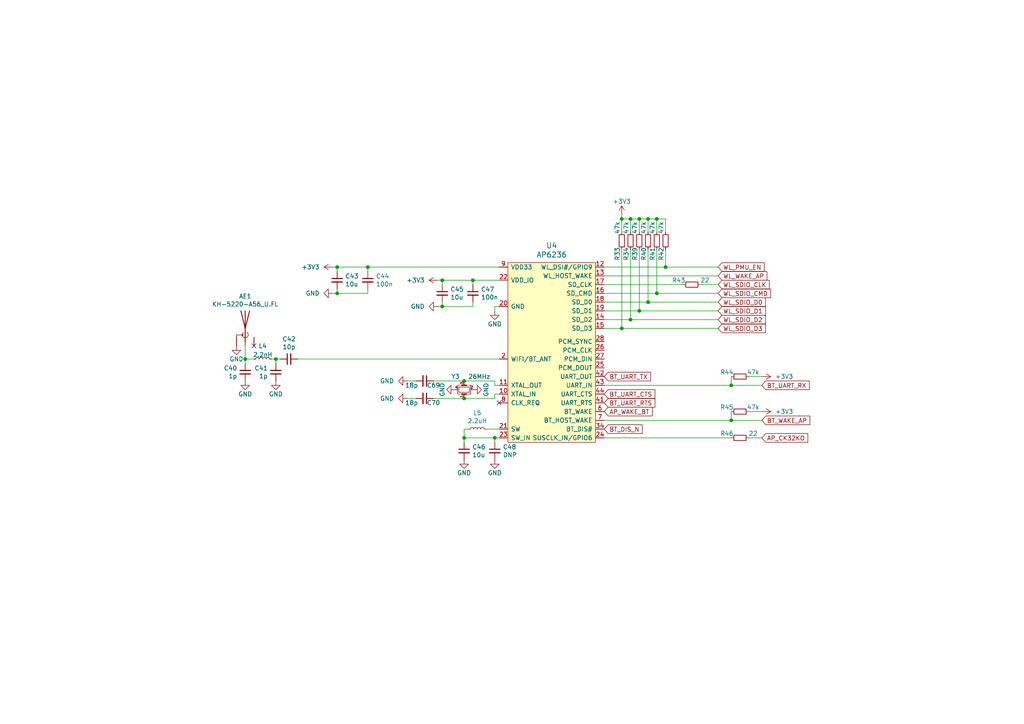
<source format=kicad_sch>
(kicad_sch (version 20211123) (generator eeschema)
  (paper "A4")
  (title_block (title "OtterCamS3") (date "2023-02-02") (rev "1.0") (company "Jana Marie Hemsing"))
  (lib_symbols
    (symbol "Device:C_Small" (pin_numbers hide) (pin_names (offset 0.254) hide)
      (property "Reference" "C" (at 0.254 1.778 0))
      (property "Value" "C_Small" (at 0.254 -2.032 0))
      (symbol "C_Small_0_1"
        (polyline (pts (xy -1.524 -0.508) (xy 1.524 -0.508)) (stroke (width 0.3302)))
        (polyline (pts (xy -1.524 0.508) (xy 1.524 0.508)) (stroke (width 0.3048)))
      )
      (symbol "C_Small_1_1"
        (pin passive line (at 0 2.54 270) (length 2.032) (name "~") (number "1"))
        (pin passive line (at 0 -2.54 90) (length 2.032) (name "~") (number "2"))
      )
    )
    (symbol "Device:Crystal_GND24_Small" (pin_names (offset 1.016) hide)
      (property "Reference" "Y" (at 1.27 4.445 0))
      (property "Value" "Crystal_GND24_Small" (at 1.27 2.54 0))
      (symbol "Crystal_GND24_Small_0_1"
        (rectangle (start -0.762 -1.524) (end 0.762 1.524))
        (polyline (pts (xy -1.27 -0.762) (xy -1.27 0.762)) (stroke (width 0.381)))
        (polyline (pts (xy 1.27 -0.762) (xy 1.27 0.762)) (stroke (width 0.381)))
        (polyline (pts (xy -1.27 -1.27) (xy -1.27 -1.905) (xy 1.27 -1.905) (xy 1.27 -1.27)))
        (polyline (pts (xy -1.27 1.27) (xy -1.27 1.905) (xy 1.27 1.905) (xy 1.27 1.27)))
      )
      (symbol "Crystal_GND24_Small_1_1"
        (pin passive line (at -2.54 0 0) (length 1.27) (name "1") (number "1"))
        (pin passive line (at 0 -2.54 90) (length 0.635) (name "2") (number "2"))
        (pin passive line (at 2.54 0 180) (length 1.27) (name "3") (number "3"))
        (pin passive line (at 0 2.54 270) (length 0.635) (name "4") (number "4"))
      )
    )
    (symbol "Device:L_Small" (pin_numbers hide) (pin_names (offset 0.254) hide)
      (property "Reference" "L" (at 0.762 1.016 0))
      (property "Value" "L_Small" (at 0.762 -1.016 0))
      (symbol "L_Small_0_1"
        (arc (start 0 -2.032) (mid 0.508 -1.524) (end 0 -1.016))
        (arc (start 0 -1.016) (mid 0.508 -0.508) (end 0 0))
        (arc (start 0 0) (mid 0.508 0.508) (end 0 1.016))
        (arc (start 0 1.016) (mid 0.508 1.524) (end 0 2.032))
      )
      (symbol "L_Small_1_1"
        (pin passive line (at 0 2.54 270) (length 0.508) (name "~") (number "1"))
        (pin passive line (at 0 -2.54 90) (length 0.508) (name "~") (number "2"))
      )
    )
    (symbol "Device:R_Small" (pin_numbers hide) (pin_names (offset 0.254) hide)
      (property "Reference" "R" (at 0.762 0.508 0))
      (property "Value" "R_Small" (at 0.762 -1.016 0))
      (symbol "R_Small_0_1"
        (rectangle (start -0.762 1.778) (end 0.762 -1.778) (stroke (width 0.2032)))
      )
      (symbol "R_Small_1_1"
        (pin passive line (at 0 2.54 270) (length 0.762) (name "~") (number "1"))
        (pin passive line (at 0 -2.54 90) (length 0.762) (name "~") (number "2"))
      )
    )
    (symbol "otter:AP6236" (pin_names (offset 0.889))
      (property "Reference" "U" (at 0 33.02 0))
      (property "Value" "AP6236" (at 0 30.48 0))
      (symbol "AP6236_0_1"
        (rectangle (start -12.7 27.94) (end 12.7 -24.13) (fill (type background)))
      )
      (symbol "AP6236_1_1"
        (pin power_in line (at -15.24 15.24 0) (length 2.4892) hide (name "GND") (number "1"))
        (pin input line (at -15.24 -10.16 0) (length 2.4892) (name "XTAL_IN") (number "10"))
        (pin output line (at -15.24 -7.62 0) (length 2.4892) (name "XTAL_OUT") (number "11"))
        (pin bidirectional line (at 15.24 26.67 180) (length 2.4892) (name "WL_DSI#/GPIO9") (number "12"))
        (pin input line (at 15.24 24.13 180) (length 2.4892) (name "WL_HOST_WAKE") (number "13"))
        (pin bidirectional line (at 15.24 11.43 180) (length 2.4892) (name "SD_D2") (number "14"))
        (pin bidirectional line (at 15.24 8.89 180) (length 2.4892) (name "SD_D3") (number "15"))
        (pin bidirectional line (at 15.24 19.05 180) (length 2.4892) (name "SD_CMD") (number "16"))
        (pin input line (at 15.24 21.59 180) (length 2.4892) (name "SD_CLK") (number "17"))
        (pin bidirectional line (at 15.24 16.51 180) (length 2.4892) (name "SD_D0") (number "18"))
        (pin bidirectional line (at 15.24 13.97 180) (length 2.4892) (name "SD_D1") (number "19"))
        (pin bidirectional line (at -15.24 0 0) (length 2.4892) (name "WIFI/BT_ANT") (number "2"))
        (pin power_in line (at -15.24 15.24 0) (length 2.4892) (name "GND") (number "20"))
        (pin power_out line (at -15.24 -20.32 0) (length 2.4892) (name "SW") (number "21"))
        (pin power_in line (at -15.24 22.86 0) (length 2.4892) (name "VDD_IO") (number "22"))
        (pin power_in line (at -15.24 -22.86 0) (length 2.4892) (name "SW_IN") (number "23"))
        (pin bidirectional line (at 15.24 -22.86 180) (length 2.4892) (name "SUSCLK_IN/GPIO6") (number "24"))
        (pin output line (at 15.24 -2.54 180) (length 2.4892) (name "PCM_DOUT") (number "25"))
        (pin input line (at 15.24 2.54 180) (length 2.4892) (name "PCM_CLK") (number "26"))
        (pin input line (at 15.24 0 180) (length 2.4892) (name "PCM_DIN") (number "27"))
        (pin input line (at 15.24 5.08 180) (length 2.4892) (name "PCM_SYNC") (number "28"))
        (pin no_connect line (at -1.27 0 180) (length 2.4892) hide (name "NC") (number "29"))
        (pin no_connect line (at -1.27 20.32 180) (length 2.4892) hide (name "NC") (number "3"))
        (pin no_connect line (at -1.27 -2.54 180) (length 2.4892) hide (name "NC") (number "30"))
        (pin power_in line (at -15.24 15.24 0) (length 2.4892) hide (name "GND") (number "31"))
        (pin no_connect line (at -1.27 -5.08 180) (length 2.4892) hide (name "NC") (number "32"))
        (pin power_in line (at -15.24 15.24 0) (length 2.4892) hide (name "GND") (number "33"))
        (pin input line (at 15.24 -20.32 180) (length 2.4892) (name "BT_DIS#") (number "34"))
        (pin no_connect line (at -1.27 -7.62 180) (length 2.4892) hide (name "NC") (number "35"))
        (pin power_in line (at -15.24 15.24 0) (length 2.4892) hide (name "GND") (number "36"))
        (pin no_connect line (at -1.27 -10.16 180) (length 2.4892) hide (name "NC") (number "37"))
        (pin no_connect line (at -1.27 -12.7 180) (length 2.4892) hide (name "NC") (number "38"))
        (pin no_connect line (at -1.27 -15.24 180) (length 2.4892) hide (name "NC") (number "39"))
        (pin no_connect line (at -1.27 17.78 180) (length 2.4892) hide (name "NC") (number "4"))
        (pin no_connect line (at -1.27 -17.78 180) (length 2.4892) hide (name "NC") (number "40"))
        (pin output line (at 15.24 -12.7 180) (length 2.4892) (name "UART_RTS") (number "41"))
        (pin output line (at 15.24 -5.08 180) (length 2.4892) (name "UART_OUT") (number "42"))
        (pin input line (at 15.24 -7.62 180) (length 2.4892) (name "UART_IN") (number "43"))
        (pin input line (at 15.24 -10.16 180) (length 2.4892) (name "UART_CTS") (number "44"))
        (pin no_connect line (at -1.27 15.24 180) (length 2.4892) hide (name "NC") (number "5"))
        (pin input line (at 15.24 -15.24 180) (length 2.4892) (name "BT_WAKE") (number "6"))
        (pin output line (at 15.24 -17.78 180) (length 2.4892) (name "BT_HOST_WAKE") (number "7"))
        (pin tri_state line (at -15.24 -12.7 0) (length 2.4892) (name "CLK_REQ") (number "8"))
        (pin power_in line (at -15.24 26.67 0) (length 2.4892) (name "VDD33") (number "9"))
      )
    )
    (symbol "otter:KH-5220-A56_U.FL" (pin_numbers hide) (pin_names (offset 1.016) hide)
      (property "Reference" "AE" (at -1.905 4.445 0))
      (property "Value" "KH-5220-A56_U.FL" (at -1.905 2.54 0))
      (symbol "KH-5220-A56_U.FL_0_1"
        (arc (start -0.508 -1.143) (mid -0.8485 -2.1032) (end 0 -2.667))
        (arc (start 0 -2.667) (mid 0.8047 -2.0885) (end 0.508 -1.143))
        (polyline (pts (xy 0 -2.54) (xy 0 0)))
        (polyline (pts (xy 0 5.08) (xy 0 -3.81)) (stroke (width 0.254)))
        (polyline (pts (xy 0.762 -1.905) (xy 2.54 -1.905)))
        (polyline (pts (xy 2.54 -2.54) (xy 2.54 -1.905)))
        (polyline (pts (xy 1.27 5.08) (xy 0 0) (xy -1.27 5.08)) (stroke (width 0.254)))
        (circle (center 0.762 -1.905) (radius 0.1778) (fill (type outline)))
      )
      (symbol "KH-5220-A56_U.FL_1_1"
        (pin input line (at 0 -5.08 90) (length 2.54) (name "A") (number "1"))
        (pin input line (at 2.54 -5.08 90) (length 2.54) (name "Shield") (number "2"))
        (pin input line (at -2.54 -5.08 90) (length 2.54) (name "NC") (number "NC"))
      )
    )
    (symbol "power:+3V3" (power) (pin_names (offset 0))
      (property "Value" "+3V3" (at 0 3.556 0))
      (symbol "+3V3_0_1"
        (polyline (pts (xy -0.762 1.27) (xy 0 2.54)))
        (polyline (pts (xy 0 0) (xy 0 2.54)))
        (polyline (pts (xy 0 2.54) (xy 0.762 1.27)))
      )
      (symbol "+3V3_1_1"
        (pin power_in line (at 0 0 90) (length 0) hide (name "+3V3") (number "1"))
      )
    )
    (symbol "power:GND" (power) (pin_names (offset 0))
      (property "Value" "GND" (at 0 -3.81 0))
      (symbol "GND_0_1"
        (polyline (pts (xy 0 0) (xy 0 -1.27) (xy 1.27 -1.27) (xy 0 -2.54) (xy -1.27 -1.27) (xy 0 -1.27)))
      )
      (symbol "GND_1_1"
        (pin power_in line (at 0 0 270) (length 0) hide (name "GND") (number "1"))
      )
    )
  )
  (junction (at 190.5 85.09))
  (junction (at 97.79 85.09))
  (junction (at 128.27 88.9))
  (junction (at 134.62 127))
  (junction (at 143.51 127))
  (junction (at 212.09 121.92))
  (junction (at 185.42 63.5))
  (junction (at 180.34 95.25))
  (junction (at 134.62 110.49))
  (junction (at 182.88 92.71))
  (junction (at 128.27 81.28))
  (junction (at 193.04 77.47))
  (junction (at 182.88 63.5))
  (junction (at 97.79 77.47))
  (junction (at 106.68 77.47))
  (junction (at 185.42 90.17))
  (junction (at 137.16 81.28))
  (junction (at 134.62 115.57))
  (junction (at 180.34 63.5))
  (junction (at 80.01 104.14))
  (junction (at 187.96 63.5))
  (junction (at 187.96 87.63))
  (junction (at 190.5 63.5))
  (junction (at 71.12 104.14))
  (junction (at 212.09 111.76))
  (no_connect (at 144.78 116.84))
  (no_connect (at 73.66 100.33))
  (wire (pts (xy 180.34 72.39) (xy 180.34 95.25)))
  (wire (pts (xy 127 81.28) (xy 128.27 81.28)))
  (wire (pts (xy 73.66 104.14) (xy 71.12 104.14)))
  (wire (pts (xy 180.34 95.25) (xy 208.28 95.25)))
  (wire (pts (xy 175.26 77.47) (xy 193.04 77.47)))
  (wire (pts (xy 187.96 67.31) (xy 187.96 63.5)))
  (wire (pts (xy 187.96 87.63) (xy 208.28 87.63)))
  (wire (pts (xy 212.09 109.22) (xy 212.09 111.76)))
  (wire (pts (xy 106.68 78.74) (xy 106.68 77.47)))
  (wire (pts (xy 185.42 72.39) (xy 185.42 90.17)))
  (wire (pts (xy 220.98 111.76) (xy 212.09 111.76)))
  (wire (pts (xy 118.11 110.49) (xy 120.65 110.49)))
  (wire (pts (xy 128.27 81.28) (xy 128.27 82.55)))
  (wire (pts (xy 175.26 90.17) (xy 185.42 90.17)))
  (wire (pts (xy 134.62 127) (xy 134.62 124.46)))
  (wire (pts (xy 137.16 82.55) (xy 137.16 81.28)))
  (wire (pts (xy 175.26 95.25) (xy 180.34 95.25)))
  (wire (pts (xy 96.52 77.47) (xy 97.79 77.47)))
  (wire (pts (xy 96.52 85.09) (xy 97.79 85.09)))
  (wire (pts (xy 127 88.9) (xy 128.27 88.9)))
  (wire (pts (xy 182.88 63.5) (xy 180.34 63.5)))
  (wire (pts (xy 190.5 63.5) (xy 187.96 63.5)))
  (wire (pts (xy 175.26 85.09) (xy 190.5 85.09)))
  (wire (pts (xy 144.78 81.28) (xy 137.16 81.28)))
  (wire (pts (xy 143.51 127) (xy 134.62 127)))
  (wire (pts (xy 182.88 92.71) (xy 208.28 92.71)))
  (wire (pts (xy 175.26 80.01) (xy 208.28 80.01)))
  (wire (pts (xy 106.68 85.09) (xy 97.79 85.09)))
  (wire (pts (xy 220.98 119.38) (xy 217.17 119.38)))
  (wire (pts (xy 78.74 104.14) (xy 80.01 104.14)))
  (wire (pts (xy 190.5 85.09) (xy 190.5 72.39)))
  (wire (pts (xy 143.51 115.57) (xy 143.51 114.3)))
  (wire (pts (xy 140.97 124.46) (xy 144.78 124.46)))
  (wire (pts (xy 97.79 85.09) (xy 97.79 83.82)))
  (wire (pts (xy 180.34 63.5) (xy 180.34 67.31)))
  (wire (pts (xy 134.62 124.46) (xy 135.89 124.46)))
  (wire (pts (xy 185.42 63.5) (xy 185.42 67.31)))
  (wire (pts (xy 137.16 81.28) (xy 128.27 81.28)))
  (wire (pts (xy 134.62 110.49) (xy 125.73 110.49)))
  (wire (pts (xy 144.78 88.9) (xy 143.51 88.9)))
  (wire (pts (xy 187.96 72.39) (xy 187.96 87.63)))
  (wire (pts (xy 193.04 77.47) (xy 193.04 72.39)))
  (wire (pts (xy 86.36 104.14) (xy 144.78 104.14)))
  (wire (pts (xy 71.12 104.14) (xy 71.12 105.41)))
  (wire (pts (xy 143.51 110.49) (xy 143.51 111.76)))
  (wire (pts (xy 144.78 127) (xy 143.51 127)))
  (wire (pts (xy 137.16 87.63) (xy 137.16 88.9)))
  (wire (pts (xy 134.62 110.49) (xy 143.51 110.49)))
  (wire (pts (xy 220.98 109.22) (xy 217.17 109.22)))
  (wire (pts (xy 80.01 104.14) (xy 81.28 104.14)))
  (wire (pts (xy 185.42 63.5) (xy 182.88 63.5)))
  (wire (pts (xy 182.88 72.39) (xy 182.88 92.71)))
  (wire (pts (xy 175.26 92.71) (xy 182.88 92.71)))
  (wire (pts (xy 193.04 63.5) (xy 190.5 63.5)))
  (wire (pts (xy 175.26 111.76) (xy 212.09 111.76)))
  (wire (pts (xy 187.96 63.5) (xy 185.42 63.5)))
  (wire (pts (xy 71.12 104.14) (xy 71.12 100.33)))
  (wire (pts (xy 203.2 82.55) (xy 208.28 82.55)))
  (wire (pts (xy 137.16 88.9) (xy 128.27 88.9)))
  (wire (pts (xy 193.04 77.47) (xy 208.28 77.47)))
  (wire (pts (xy 134.62 115.57) (xy 143.51 115.57)))
  (wire (pts (xy 143.51 114.3) (xy 144.78 114.3)))
  (wire (pts (xy 193.04 67.31) (xy 193.04 63.5)))
  (wire (pts (xy 185.42 90.17) (xy 208.28 90.17)))
  (wire (pts (xy 220.98 121.92) (xy 212.09 121.92)))
  (wire (pts (xy 134.62 115.57) (xy 125.73 115.57)))
  (wire (pts (xy 175.26 127) (xy 212.09 127)))
  (wire (pts (xy 106.68 77.47) (xy 144.78 77.47)))
  (wire (pts (xy 106.68 83.82) (xy 106.68 85.09)))
  (wire (pts (xy 175.26 121.92) (xy 212.09 121.92)))
  (wire (pts (xy 143.51 111.76) (xy 144.78 111.76)))
  (wire (pts (xy 118.11 115.57) (xy 120.65 115.57)))
  (wire (pts (xy 97.79 77.47) (xy 97.79 78.74)))
  (wire (pts (xy 143.51 88.9) (xy 143.51 90.17)))
  (wire (pts (xy 190.5 85.09) (xy 208.28 85.09)))
  (wire (pts (xy 134.62 128.27) (xy 134.62 127)))
  (wire (pts (xy 212.09 119.38) (xy 212.09 121.92)))
  (wire (pts (xy 182.88 67.31) (xy 182.88 63.5)))
  (wire (pts (xy 180.34 62.23) (xy 180.34 63.5)))
  (wire (pts (xy 106.68 77.47) (xy 97.79 77.47)))
  (wire (pts (xy 128.27 88.9) (xy 128.27 87.63)))
  (wire (pts (xy 190.5 67.31) (xy 190.5 63.5)))
  (wire (pts (xy 175.26 87.63) (xy 187.96 87.63)))
  (wire (pts (xy 198.12 82.55) (xy 175.26 82.55)))
  (wire (pts (xy 143.51 128.27) (xy 143.51 127)))
  (wire (pts (xy 217.17 127) (xy 220.98 127)))
  (wire (pts (xy 80.01 104.14) (xy 80.01 105.41)))
  (global_label "WL_SDIO_D1" (shape input) (at 208.28 90.17 0) (property "Intersheet References" "${INTERSHEET_REFS}" (effects hide)))
  (global_label "BT_WAKE_AP" (shape input) (at 220.98 121.92 0) (property "Intersheet References" "${INTERSHEET_REFS}" (effects hide)))
  (global_label "WL_SDIO_CMD" (shape input) (at 208.28 85.09 0) (property "Intersheet References" "${INTERSHEET_REFS}" (effects hide)))
  (global_label "WL_SDIO_D3" (shape input) (at 208.28 95.25 0) (property "Intersheet References" "${INTERSHEET_REFS}" (effects hide)))
  (global_label "BT_UART_RX" (shape input) (at 220.98 111.76 0) (property "Intersheet References" "${INTERSHEET_REFS}" (effects hide)))
  (global_label "WL_SDIO_CLK" (shape input) (at 208.28 82.55 0) (property "Intersheet References" "${INTERSHEET_REFS}" (effects hide)))
  (global_label "WL_SDIO_D2" (shape input) (at 208.28 92.71 0) (property "Intersheet References" "${INTERSHEET_REFS}" (effects hide)))
  (global_label "AP_CK32KO" (shape input) (at 220.98 127 0) (property "Intersheet References" "${INTERSHEET_REFS}" (effects hide)))
  (global_label "BT_UART_CTS" (shape input) (at 175.26 114.3 0) (property "Intersheet References" "${INTERSHEET_REFS}" (effects hide)))
  (global_label "BT_UART_RTS" (shape input) (at 175.26 116.84 0) (property "Intersheet References" "${INTERSHEET_REFS}" (effects hide)))
  (global_label "AP_WAKE_BT" (shape input) (at 175.26 119.38 0) (property "Intersheet References" "${INTERSHEET_REFS}" (effects hide)))
  (global_label "BT_DIS_N" (shape input) (at 175.26 124.46 0) (property "Intersheet References" "${INTERSHEET_REFS}" (effects hide)))
  (global_label "BT_UART_TX" (shape input) (at 175.26 109.22 0) (property "Intersheet References" "${INTERSHEET_REFS}" (effects hide)))
  (global_label "WL_WAKE_AP" (shape input) (at 208.28 80.01 0) (property "Intersheet References" "${INTERSHEET_REFS}" (effects hide)))
  (global_label "WL_PMU_EN" (shape input) (at 208.28 77.47 0) (property "Intersheet References" "${INTERSHEET_REFS}" (effects hide)))
  (global_label "WL_SDIO_D0" (shape input) (at 208.28 87.63 0) (property "Intersheet References" "${INTERSHEET_REFS}" (effects hide)))
  (symbol (lib_id "otter:AP6236") (at 160.02 104.14 0) (unit 1)
    (property "Reference" "U4" (at 160.02 71.1962 0) (effects (font (size 1.524 1.524))))
    (property "Value" "AP6236" (at 160.02 73.8886 0) (effects (font (size 1.524 1.524))))
    (property "Footprint" "otter:LGA_44_12x12mm_0.9mm" (effects hide))
  )
  (symbol (lib_id "Device:L_Small") (at 138.43 124.46 90) (unit 1)
    (property "Reference" "L5" (at 138.43 119.761 90))
    (property "Value" "2.2uH" (at 138.43 122.0724 90))
    (property "Footprint" "Inductor_SMD:L_Taiyo-Yuden_MD-3030" (effects hide))
    (property "LCSC" "C167747" (effects hide))
  )
  (symbol (lib_id "Device:C_Small") (at 134.62 130.81 0) (unit 1)
    (property "Reference" "C46" (at 136.9568 129.6416 0) (effects (justify left)))
    (property "Value" "10u" (at 136.9568 131.953 0) (effects (justify left)))
    (property "Footprint" "otter:C_0603" (effects hide))
  )
  (symbol (lib_id "power:GND") (at 143.51 133.35 0) (mirror y) (unit 1)
    (property "Reference" "#PWR0102" (effects hide))
    (property "Value" "GND" (at 143.51 137.16 0))
  )
  (symbol (lib_id "Device:C_Small") (at 143.51 130.81 0) (unit 1)
    (property "Reference" "C48" (at 145.8468 129.6416 0) (effects (justify left)))
    (property "Value" "DNP" (at 145.8468 131.953 0) (effects (justify left)))
    (property "Footprint" "otter:C_0402" (effects hide))
  )
  (symbol (lib_id "power:GND") (at 134.62 133.35 0) (mirror y) (unit 1)
    (property "Reference" "#PWR0100" (effects hide))
    (property "Value" "GND" (at 134.62 137.16 0))
  )
  (symbol (lib_id "power:+3V3") (at 96.52 77.47 90) (unit 1)
    (property "Reference" "#PWR094" (effects hide))
    (property "Value" "+3V3" (at 92.71 77.47 90) (effects (justify left)))
  )
  (symbol (lib_id "power:+3V3") (at 127 81.28 90) (unit 1)
    (property "Reference" "#PWR098" (effects hide))
    (property "Value" "+3V3" (at 123.19 81.28 90) (effects (justify left)))
  )
  (symbol (lib_id "power:+3V3") (at 180.34 62.23 0) (unit 1)
    (property "Reference" "#PWR0103" (effects hide))
    (property "Value" "+3V3" (at 180.34 58.42 0))
  )
  (symbol (lib_id "power:+3V3") (at 220.98 109.22 270) (unit 1)
    (property "Reference" "#PWR0104" (effects hide))
    (property "Value" "+3V3" (at 224.79 109.22 90) (effects (justify left)))
  )
  (symbol (lib_id "power:+3V3") (at 220.98 119.38 270) (unit 1)
    (property "Reference" "#PWR0105" (effects hide))
    (property "Value" "+3V3" (at 224.79 119.38 90) (effects (justify left)))
  )
  (symbol (lib_id "otter:KH-5220-A56_U.FL") (at 71.12 95.25 0) (mirror y) (unit 1)
    (property "Reference" "AE1" (at 71.12 85.9282 0))
    (property "Value" "KH-5220-A56_U.FL" (at 71.12 88.2396 0))
    (property "Footprint" "Connector_Coaxial:U.FL_Hirose_U.FL-R-SMT-1_Vertical" (effects hide))
  )
  (symbol (lib_id "Device:Crystal_GND24_Small") (at 134.62 113.03 90) (unit 1)
    (property "Reference" "Y3" (at 133.35 109.22 90) (effects (justify left)))
    (property "Value" "26MHz" (at 142.24 109.22 90) (effects (justify left)))
    (property "Footprint" "otter:Oscillator_3225" (effects hide))
  )
  (symbol (lib_id "power:GND") (at 137.16 113.03 90) (mirror x) (unit 1)
    (property "Reference" "#PWR0138" (effects hide))
    (property "Value" "GND" (at 140.97 113.03 0))
  )
  (symbol (lib_id "Device:C_Small") (at 123.19 115.57 270) (unit 1)
    (property "Reference" "C70" (at 125.73 116.84 90))
    (property "Value" "18p" (at 119.38 116.84 90))
    (property "Footprint" "otter:C_0402" (effects hide))
  )
  (symbol (lib_id "Device:C_Small") (at 123.19 110.49 270) (unit 1)
    (property "Reference" "C69" (at 125.73 111.76 90))
    (property "Value" "18p" (at 119.38 111.76 90))
    (property "Footprint" "otter:C_0402" (effects hide))
  )
  (symbol (lib_id "power:GND") (at 132.08 113.03 270) (mirror x) (unit 1)
    (property "Reference" "#PWR0139" (effects hide))
    (property "Value" "GND" (at 128.27 113.03 0))
  )
  (symbol (lib_id "power:GND") (at 118.11 110.49 270) (mirror x) (unit 1)
    (property "Reference" "#PWR0152" (effects hide))
    (property "Value" "GND" (at 114.3 110.49 90) (effects (justify right)))
  )
  (symbol (lib_id "power:GND") (at 118.11 115.57 270) (mirror x) (unit 1)
    (property "Reference" "#PWR0153" (effects hide))
    (property "Value" "GND" (at 114.3 115.57 90) (effects (justify right)))
  )
  (symbol (lib_id "Device:R_Small") (at 193.04 69.85 0) (unit 1)
    (property "Reference" "R42" (at 191.77 73.66 90))
    (property "Value" "47k" (at 191.77 66.04 90))
    (property "Footprint" "otter:R_0402" (effects hide))
  )
  (symbol (lib_id "Device:C_Small") (at 128.27 85.09 0) (unit 1)
    (property "Reference" "C45" (at 130.6068 83.9216 0) (effects (justify left)))
    (property "Value" "10u" (at 130.6068 86.233 0) (effects (justify left)))
    (property "Footprint" "otter:C_0603" (effects hide))
  )
  (symbol (lib_id "Device:C_Small") (at 137.16 85.09 0) (unit 1)
    (property "Reference" "C47" (at 139.4968 83.9216 0) (effects (justify left)))
    (property "Value" "100n" (at 139.4968 86.233 0) (effects (justify left)))
    (property "Footprint" "otter:C_0402" (effects hide))
  )
  (symbol (lib_id "Device:R_Small") (at 190.5 69.85 0) (unit 1)
    (property "Reference" "R41" (at 189.23 73.66 90))
    (property "Value" "47k" (at 189.23 66.04 90))
    (property "Footprint" "otter:R_0402" (effects hide))
  )
  (symbol (lib_id "Device:R_Small") (at 187.96 69.85 0) (unit 1)
    (property "Reference" "R40" (at 186.69 73.66 90))
    (property "Value" "47k" (at 186.69 66.04 90))
    (property "Footprint" "otter:R_0402" (effects hide))
  )
  (symbol (lib_id "Device:R_Small") (at 185.42 69.85 0) (unit 1)
    (property "Reference" "R39" (at 184.15 73.66 90))
    (property "Value" "47k" (at 184.15 66.04 90))
    (property "Footprint" "otter:R_0402" (effects hide))
  )
  (symbol (lib_id "Device:R_Small") (at 182.88 69.85 0) (unit 1)
    (property "Reference" "R34" (at 181.61 73.66 90))
    (property "Value" "47k" (at 181.61 66.04 90))
    (property "Footprint" "otter:R_0402" (effects hide))
  )
  (symbol (lib_id "Device:R_Small") (at 180.34 69.85 0) (unit 1)
    (property "Reference" "R33" (at 179.07 73.66 90))
    (property "Value" "47k" (at 179.07 66.04 90))
    (property "Footprint" "otter:R_0402" (effects hide))
  )
  (symbol (lib_id "Device:R_Small") (at 200.66 82.55 270) (unit 1)
    (property "Reference" "R43" (at 196.85 81.28 90))
    (property "Value" "22" (at 204.47 81.28 90))
    (property "Footprint" "otter:R_0402" (effects hide))
  )
  (symbol (lib_id "Device:R_Small") (at 214.63 127 270) (unit 1)
    (property "Reference" "R46" (at 210.82 125.73 90))
    (property "Value" "22" (at 218.44 125.73 90))
    (property "Footprint" "otter:R_0402" (effects hide))
  )
  (symbol (lib_id "Device:R_Small") (at 214.63 119.38 270) (unit 1)
    (property "Reference" "R45" (at 210.82 118.11 90))
    (property "Value" "47k" (at 218.44 118.11 90))
    (property "Footprint" "otter:R_0402" (effects hide))
  )
  (symbol (lib_id "Device:R_Small") (at 214.63 109.22 270) (unit 1)
    (property "Reference" "R44" (at 210.82 107.95 90))
    (property "Value" "47k" (at 218.44 107.95 90))
    (property "Footprint" "otter:R_0402" (effects hide))
  )
  (symbol (lib_id "power:GND") (at 143.51 90.17 0) (unit 1)
    (property "Reference" "#PWR0101" (effects hide))
    (property "Value" "GND" (at 143.51 93.98 0))
  )
  (symbol (lib_id "Device:C_Small") (at 83.82 104.14 90) (unit 1)
    (property "Reference" "C42" (at 83.82 98.3234 90))
    (property "Value" "10p" (at 83.82 100.6348 90))
    (property "Footprint" "otter:C_0402" (effects hide))
  )
  (symbol (lib_id "Device:C_Small") (at 80.01 107.95 180) (unit 1)
    (property "Reference" "C41" (at 77.6986 106.7816 0) (effects (justify left)))
    (property "Value" "1p" (at 77.6986 109.093 0) (effects (justify left)))
    (property "Footprint" "otter:C_0402" (effects hide))
  )
  (symbol (lib_id "Device:L_Small") (at 76.2 104.14 90) (unit 1)
    (property "Reference" "L4" (at 76.2 100.33 90))
    (property "Value" "2.2nH" (at 76.2 102.87 90))
    (property "Footprint" "otter:L_0402" (effects hide))
  )
  (symbol (lib_id "Device:C_Small") (at 71.12 107.95 180) (unit 1)
    (property "Reference" "C40" (at 68.8086 106.7816 0) (effects (justify left)))
    (property "Value" "1p" (at 68.8086 109.093 0) (effects (justify left)))
    (property "Footprint" "otter:C_0402" (effects hide))
  )
  (symbol (lib_id "power:GND") (at 80.01 110.49 0) (unit 1)
    (property "Reference" "#PWR093" (effects hide))
    (property "Value" "GND" (at 80.01 114.3 0))
  )
  (symbol (lib_id "power:GND") (at 71.12 110.49 0) (unit 1)
    (property "Reference" "#PWR092" (effects hide))
    (property "Value" "GND" (at 71.12 114.3 0))
  )
  (symbol (lib_id "power:GND") (at 68.58 100.33 0) (unit 1)
    (property "Reference" "#PWR091" (effects hide))
    (property "Value" "GND" (at 68.58 104.14 0))
  )
  (symbol (lib_id "power:GND") (at 127 88.9 270) (mirror x) (unit 1)
    (property "Reference" "#PWR099" (effects hide))
    (property "Value" "GND" (at 123.19 88.9 90) (effects (justify right)))
  )
  (symbol (lib_id "Device:C_Small") (at 97.79 81.28 0) (unit 1)
    (property "Reference" "C43" (at 100.1268 80.1116 0) (effects (justify left)))
    (property "Value" "10u" (at 100.1268 82.423 0) (effects (justify left)))
    (property "Footprint" "otter:C_0603" (effects hide))
  )
  (symbol (lib_id "Device:C_Small") (at 106.68 81.28 0) (unit 1)
    (property "Reference" "C44" (at 109.0168 80.1116 0) (effects (justify left)))
    (property "Value" "100n" (at 109.0168 82.423 0) (effects (justify left)))
    (property "Footprint" "otter:C_0402" (effects hide))
  )
  (symbol (lib_id "power:GND") (at 96.52 85.09 270) (mirror x) (unit 1)
    (property "Reference" "#PWR095" (effects hide))
    (property "Value" "GND" (at 92.71 85.09 90) (effects (justify right)))
  )
)
</source>
